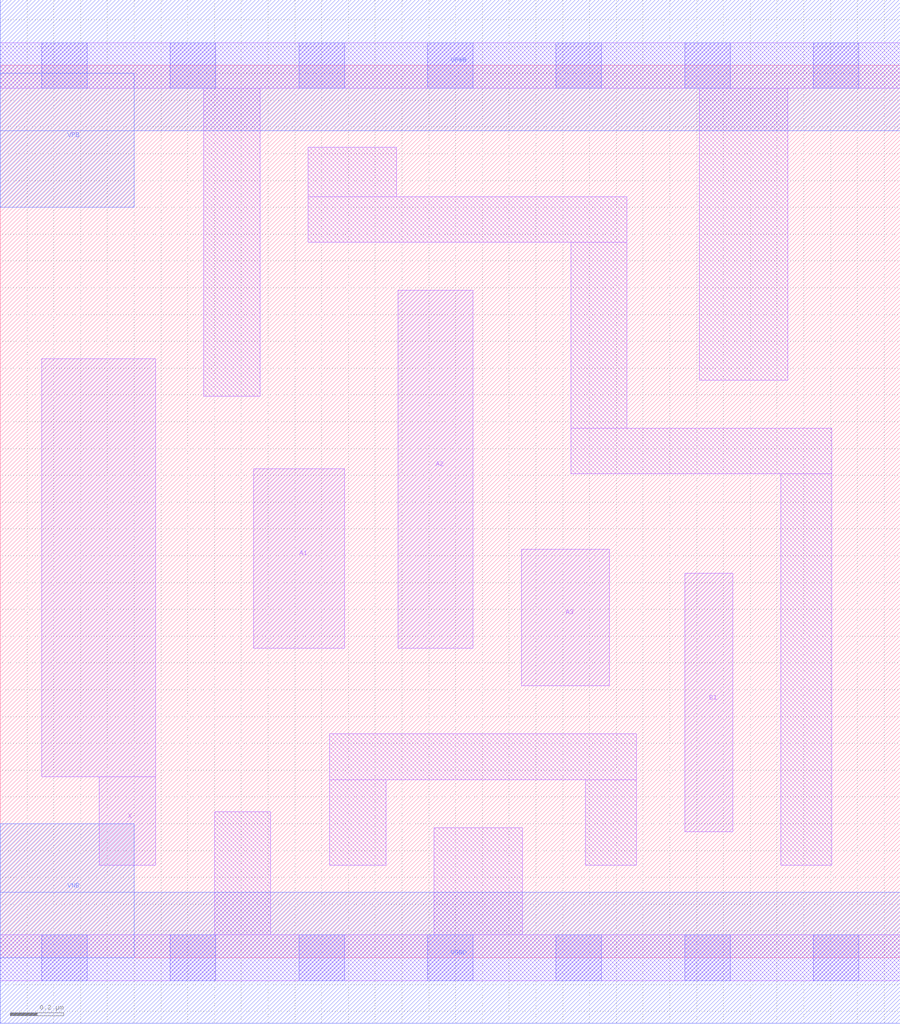
<source format=lef>
# Copyright 2020 The SkyWater PDK Authors
#
# Licensed under the Apache License, Version 2.0 (the "License");
# you may not use this file except in compliance with the License.
# You may obtain a copy of the License at
#
#     https://www.apache.org/licenses/LICENSE-2.0
#
# Unless required by applicable law or agreed to in writing, software
# distributed under the License is distributed on an "AS IS" BASIS,
# WITHOUT WARRANTIES OR CONDITIONS OF ANY KIND, either express or implied.
# See the License for the specific language governing permissions and
# limitations under the License.
#
# SPDX-License-Identifier: Apache-2.0

VERSION 5.5 ;
NAMESCASESENSITIVE ON ;
BUSBITCHARS "[]" ;
DIVIDERCHAR "/" ;
MACRO sky130_fd_sc_lp__o31a_m
  CLASS CORE ;
  SOURCE USER ;
  ORIGIN  0.000000  0.000000 ;
  SIZE  3.360000 BY  3.330000 ;
  SYMMETRY X Y R90 ;
  SITE unit ;
  PIN A1
    ANTENNAGATEAREA  0.126000 ;
    DIRECTION INPUT ;
    USE SIGNAL ;
    PORT
      LAYER li1 ;
        RECT 0.945000 1.155000 1.285000 1.825000 ;
    END
  END A1
  PIN A2
    ANTENNAGATEAREA  0.126000 ;
    DIRECTION INPUT ;
    USE SIGNAL ;
    PORT
      LAYER li1 ;
        RECT 1.485000 1.155000 1.765000 2.490000 ;
    END
  END A2
  PIN A3
    ANTENNAGATEAREA  0.126000 ;
    DIRECTION INPUT ;
    USE SIGNAL ;
    PORT
      LAYER li1 ;
        RECT 1.945000 1.015000 2.275000 1.525000 ;
    END
  END A3
  PIN B1
    ANTENNAGATEAREA  0.126000 ;
    DIRECTION INPUT ;
    USE SIGNAL ;
    PORT
      LAYER li1 ;
        RECT 2.555000 0.470000 2.735000 1.435000 ;
    END
  END B1
  PIN X
    ANTENNADIFFAREA  0.222600 ;
    DIRECTION OUTPUT ;
    USE SIGNAL ;
    PORT
      LAYER li1 ;
        RECT 0.155000 0.675000 0.580000 2.235000 ;
        RECT 0.370000 0.345000 0.580000 0.675000 ;
    END
  END X
  PIN VGND
    DIRECTION INOUT ;
    USE GROUND ;
    PORT
      LAYER met1 ;
        RECT 0.000000 -0.245000 3.360000 0.245000 ;
    END
  END VGND
  PIN VNB
    DIRECTION INOUT ;
    USE GROUND ;
    PORT
      LAYER met1 ;
        RECT 0.000000 0.000000 0.500000 0.500000 ;
    END
  END VNB
  PIN VPB
    DIRECTION INOUT ;
    USE POWER ;
    PORT
      LAYER met1 ;
        RECT 0.000000 2.800000 0.500000 3.300000 ;
    END
  END VPB
  PIN VPWR
    DIRECTION INOUT ;
    USE POWER ;
    PORT
      LAYER met1 ;
        RECT 0.000000 3.085000 3.360000 3.575000 ;
    END
  END VPWR
  OBS
    LAYER li1 ;
      RECT 0.000000 -0.085000 3.360000 0.085000 ;
      RECT 0.000000  3.245000 3.360000 3.415000 ;
      RECT 0.760000  2.095000 0.970000 3.245000 ;
      RECT 0.800000  0.085000 1.010000 0.545000 ;
      RECT 1.150000  2.670000 2.340000 2.840000 ;
      RECT 1.150000  2.840000 1.480000 3.025000 ;
      RECT 1.230000  0.345000 1.440000 0.665000 ;
      RECT 1.230000  0.665000 2.375000 0.835000 ;
      RECT 1.620000  0.085000 1.950000 0.485000 ;
      RECT 2.130000  1.805000 3.105000 1.975000 ;
      RECT 2.130000  1.975000 2.340000 2.670000 ;
      RECT 2.185000  0.345000 2.375000 0.665000 ;
      RECT 2.610000  2.155000 2.940000 3.245000 ;
      RECT 2.915000  0.345000 3.105000 1.805000 ;
    LAYER mcon ;
      RECT 0.155000 -0.085000 0.325000 0.085000 ;
      RECT 0.155000  3.245000 0.325000 3.415000 ;
      RECT 0.635000 -0.085000 0.805000 0.085000 ;
      RECT 0.635000  3.245000 0.805000 3.415000 ;
      RECT 1.115000 -0.085000 1.285000 0.085000 ;
      RECT 1.115000  3.245000 1.285000 3.415000 ;
      RECT 1.595000 -0.085000 1.765000 0.085000 ;
      RECT 1.595000  3.245000 1.765000 3.415000 ;
      RECT 2.075000 -0.085000 2.245000 0.085000 ;
      RECT 2.075000  3.245000 2.245000 3.415000 ;
      RECT 2.555000 -0.085000 2.725000 0.085000 ;
      RECT 2.555000  3.245000 2.725000 3.415000 ;
      RECT 3.035000 -0.085000 3.205000 0.085000 ;
      RECT 3.035000  3.245000 3.205000 3.415000 ;
  END
END sky130_fd_sc_lp__o31a_m
END LIBRARY

</source>
